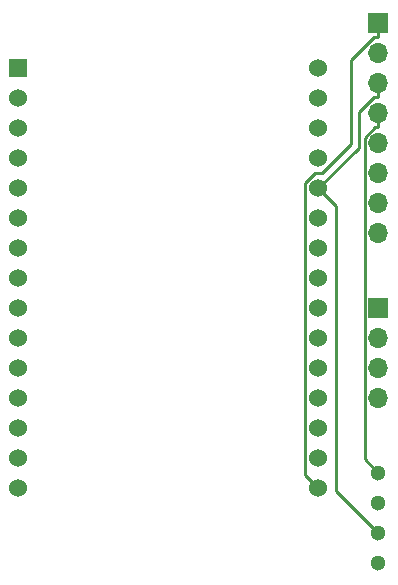
<source format=gbr>
%TF.GenerationSoftware,KiCad,Pcbnew,(5.1.10)-1*%
%TF.CreationDate,2021-10-27T11:28:51+02:00*%
%TF.ProjectId,airQualityV2,61697251-7561-46c6-9974-7956322e6b69,rev?*%
%TF.SameCoordinates,Original*%
%TF.FileFunction,Copper,L1,Top*%
%TF.FilePolarity,Positive*%
%FSLAX46Y46*%
G04 Gerber Fmt 4.6, Leading zero omitted, Abs format (unit mm)*
G04 Created by KiCad (PCBNEW (5.1.10)-1) date 2021-10-27 11:28:51*
%MOMM*%
%LPD*%
G01*
G04 APERTURE LIST*
%TA.AperFunction,ComponentPad*%
%ADD10C,1.524000*%
%TD*%
%TA.AperFunction,ComponentPad*%
%ADD11R,1.524000X1.524000*%
%TD*%
%TA.AperFunction,ComponentPad*%
%ADD12C,1.300000*%
%TD*%
%TA.AperFunction,ComponentPad*%
%ADD13O,1.700000X1.700000*%
%TD*%
%TA.AperFunction,ComponentPad*%
%ADD14R,1.700000X1.700000*%
%TD*%
%TA.AperFunction,Conductor*%
%ADD15C,0.250000*%
%TD*%
G04 APERTURE END LIST*
D10*
%TO.P,U1,30*%
%TO.N,Net-(U1-Pad30)*%
X167640000Y-80010000D03*
%TO.P,U1,29*%
%TO.N,scl*%
X167640000Y-82550000D03*
%TO.P,U1,28*%
%TO.N,Net-(U1-Pad28)*%
X167640000Y-85090000D03*
%TO.P,U1,27*%
%TO.N,Net-(U1-Pad27)*%
X167640000Y-87630000D03*
%TO.P,U1,26*%
%TO.N,sda*%
X167640000Y-90170000D03*
%TO.P,U1,25*%
%TO.N,Net-(U1-Pad25)*%
X167640000Y-92710000D03*
%TO.P,U1,24*%
%TO.N,Net-(U1-Pad24)*%
X167640000Y-95250000D03*
%TO.P,U1,23*%
%TO.N,Net-(U1-Pad23)*%
X167640000Y-97790000D03*
%TO.P,U1,22*%
%TO.N,Net-(J1-Pad3)*%
X167640000Y-100330000D03*
%TO.P,U1,21*%
%TO.N,Net-(J1-Pad4)*%
X167640000Y-102870000D03*
%TO.P,U1,20*%
%TO.N,Net-(U1-Pad20)*%
X167640000Y-105410000D03*
%TO.P,U1,19*%
%TO.N,Net-(U1-Pad19)*%
X167640000Y-107950000D03*
%TO.P,U1,18*%
%TO.N,Net-(U1-Pad18)*%
X167640000Y-110490000D03*
%TO.P,U1,17*%
%TO.N,GND*%
X167640000Y-113030000D03*
%TO.P,U1,16*%
%TO.N,+3V3*%
X167640000Y-115570000D03*
%TO.P,U1,15*%
%TO.N,+5V*%
X142240000Y-115570000D03*
%TO.P,U1,14*%
%TO.N,GND*%
X142240000Y-113030000D03*
%TO.P,U1,13*%
%TO.N,Net-(U1-Pad13)*%
X142240000Y-110490000D03*
%TO.P,U1,12*%
%TO.N,Net-(U1-Pad12)*%
X142240000Y-107950000D03*
%TO.P,U1,11*%
%TO.N,Net-(U1-Pad11)*%
X142240000Y-105410000D03*
%TO.P,U1,10*%
%TO.N,Net-(U1-Pad10)*%
X142240000Y-102870000D03*
%TO.P,U1,9*%
%TO.N,Net-(U1-Pad9)*%
X142240000Y-100330000D03*
%TO.P,U1,8*%
%TO.N,Net-(U1-Pad8)*%
X142240000Y-97790000D03*
%TO.P,U1,7*%
%TO.N,Net-(U1-Pad7)*%
X142240000Y-95250000D03*
%TO.P,U1,6*%
%TO.N,Net-(U1-Pad6)*%
X142240000Y-92710000D03*
%TO.P,U1,5*%
%TO.N,Net-(U1-Pad5)*%
X142240000Y-90170000D03*
%TO.P,U1,4*%
%TO.N,Net-(U1-Pad4)*%
X142240000Y-87630000D03*
%TO.P,U1,3*%
%TO.N,Net-(U1-Pad3)*%
X142240000Y-85090000D03*
%TO.P,U1,2*%
%TO.N,Net-(U1-Pad2)*%
X142240000Y-82550000D03*
D11*
%TO.P,U1,1*%
%TO.N,Net-(U1-Pad1)*%
X142240000Y-80010000D03*
%TD*%
D12*
%TO.P,RH1,4*%
%TO.N,scl*%
X172720000Y-114300000D03*
%TO.P,RH1,3*%
%TO.N,GND*%
X172720000Y-116840000D03*
%TO.P,RH1,2*%
%TO.N,sda*%
X172720000Y-119380000D03*
%TO.P,RH1,1*%
%TO.N,+5V*%
X172720000Y-121920000D03*
%TD*%
D13*
%TO.P,J2,8*%
%TO.N,Net-(J2-Pad8)*%
X172720000Y-93980000D03*
%TO.P,J2,7*%
%TO.N,Net-(J2-Pad7)*%
X172720000Y-91440000D03*
%TO.P,J2,6*%
%TO.N,Net-(J2-Pad6)*%
X172720000Y-88900000D03*
%TO.P,J2,5*%
%TO.N,Net-(J2-Pad5)*%
X172720000Y-86360000D03*
%TO.P,J2,4*%
%TO.N,scl*%
X172720000Y-83820000D03*
%TO.P,J2,3*%
%TO.N,sda*%
X172720000Y-81280000D03*
%TO.P,J2,2*%
%TO.N,GND*%
X172720000Y-78740000D03*
D14*
%TO.P,J2,1*%
%TO.N,+3V3*%
X172720000Y-76200000D03*
%TD*%
D13*
%TO.P,J1,4*%
%TO.N,Net-(J1-Pad4)*%
X172720000Y-107950000D03*
%TO.P,J1,3*%
%TO.N,Net-(J1-Pad3)*%
X172720000Y-105410000D03*
%TO.P,J1,2*%
%TO.N,Net-(J1-Pad2)*%
X172720000Y-102870000D03*
D14*
%TO.P,J1,1*%
%TO.N,Net-(J1-Pad1)*%
X172720000Y-100330000D03*
%TD*%
D15*
%TO.N,scl*%
X172720000Y-83820000D02*
X172720000Y-84995300D01*
X172720000Y-114300000D02*
X171544700Y-113124700D01*
X171544700Y-113124700D02*
X171544700Y-85869300D01*
X171544700Y-85869300D02*
X172418700Y-84995300D01*
X172418700Y-84995300D02*
X172720000Y-84995300D01*
%TO.N,sda*%
X172720000Y-82455300D02*
X172352700Y-82455300D01*
X172352700Y-82455300D02*
X171094300Y-83713700D01*
X171094300Y-83713700D02*
X171094300Y-86715700D01*
X171094300Y-86715700D02*
X167640000Y-90170000D01*
X172720000Y-81280000D02*
X172720000Y-82455300D01*
X172720000Y-119380000D02*
X169092600Y-115752600D01*
X169092600Y-115752600D02*
X169092600Y-91622600D01*
X169092600Y-91622600D02*
X167640000Y-90170000D01*
%TO.N,+3V3*%
X172720000Y-76200000D02*
X172720000Y-77375300D01*
X167640000Y-115570000D02*
X166502800Y-114432800D01*
X166502800Y-114432800D02*
X166502800Y-89724200D01*
X166502800Y-89724200D02*
X167327000Y-88900000D01*
X167327000Y-88900000D02*
X167939700Y-88900000D01*
X167939700Y-88900000D02*
X170399400Y-86440300D01*
X170399400Y-86440300D02*
X170399400Y-79328600D01*
X170399400Y-79328600D02*
X172352700Y-77375300D01*
X172352700Y-77375300D02*
X172720000Y-77375300D01*
%TD*%
M02*

</source>
